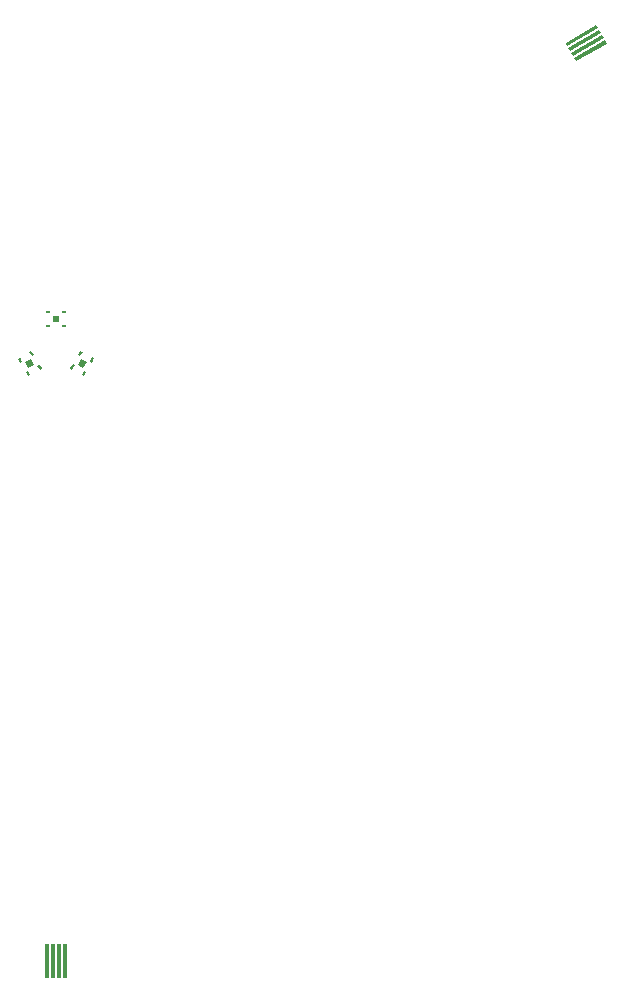
<source format=gbr>
G04 EAGLE Gerber RS-274X export*
G75*
%MOMM*%
%FSLAX34Y34*%
%LPD*%
%INSolderpaste Top*%
%IPPOS*%
%AMOC8*
5,1,8,0,0,1.08239X$1,22.5*%
G01*
G04 Define Apertures*
%ADD10R,0.400000X0.200000*%
%ADD11R,0.560000X0.560000*%
%ADD12R,0.560000X0.560000*%
%ADD13R,3.000000X0.300000*%
%ADD14R,0.300000X3.000000*%
D10*
X64272Y53008D03*
X64272Y64408D03*
X50872Y53008D03*
X50872Y64408D03*
D11*
X57572Y58708D03*
D10*
G36*
X33519Y14750D02*
X35518Y11286D01*
X33785Y10286D01*
X31786Y13750D01*
X33519Y14750D01*
G37*
G36*
X43391Y20450D02*
X45390Y16986D01*
X43657Y15986D01*
X41658Y19450D01*
X43391Y20450D01*
G37*
G36*
X26819Y26354D02*
X28818Y22890D01*
X27085Y21890D01*
X25086Y25354D01*
X26819Y26354D01*
G37*
G36*
X36691Y32054D02*
X38690Y28590D01*
X36957Y27590D01*
X34958Y31054D01*
X36691Y32054D01*
G37*
D12*
G36*
X39062Y20146D02*
X34214Y17346D01*
X31414Y22194D01*
X36262Y24994D01*
X39062Y20146D01*
G37*
D10*
G36*
X86182Y23018D02*
X88181Y26482D01*
X89914Y25482D01*
X87915Y22018D01*
X86182Y23018D01*
G37*
G36*
X76310Y28718D02*
X78309Y32182D01*
X80042Y31182D01*
X78043Y27718D01*
X76310Y28718D01*
G37*
G36*
X79482Y11414D02*
X81481Y14878D01*
X83214Y13878D01*
X81215Y10414D01*
X79482Y11414D01*
G37*
G36*
X69610Y17114D02*
X71609Y20578D01*
X73342Y19578D01*
X71343Y16114D01*
X69610Y17114D01*
G37*
D12*
G36*
X78738Y25122D02*
X83586Y22322D01*
X80786Y17474D01*
X75938Y20274D01*
X78738Y25122D01*
G37*
D13*
G36*
X516454Y305117D02*
X490474Y290118D01*
X488974Y292717D01*
X514954Y307716D01*
X516454Y305117D01*
G37*
G36*
X518954Y300787D02*
X492974Y285788D01*
X491474Y288387D01*
X517454Y303386D01*
X518954Y300787D01*
G37*
G36*
X521454Y296457D02*
X495474Y281458D01*
X493974Y284057D01*
X519954Y299056D01*
X521454Y296457D01*
G37*
G36*
X523954Y292127D02*
X497974Y277128D01*
X496474Y279727D01*
X522454Y294726D01*
X523954Y292127D01*
G37*
D14*
X65123Y-485000D03*
X60123Y-485000D03*
X55123Y-485000D03*
X50123Y-485000D03*
M02*

</source>
